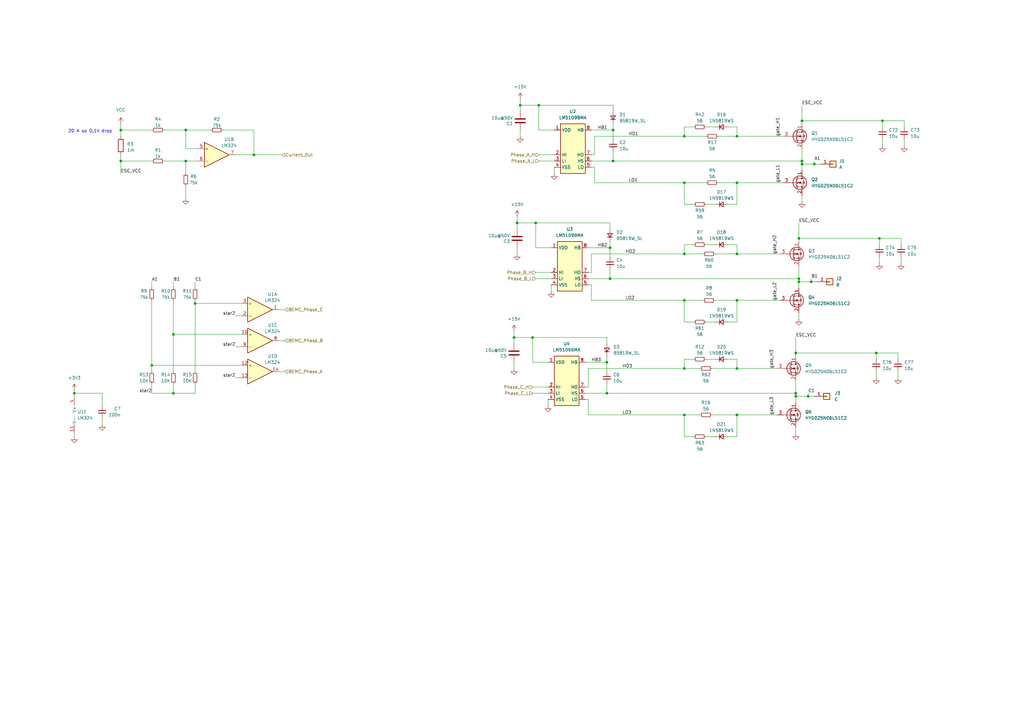
<source format=kicad_sch>
(kicad_sch (version 20231120) (generator "eeschema") (generator_version "8.0")
  (paper "A3")
  (lib_symbols
    (symbol "Amplifier_Operational:LM324" (pin_names (offset 0.127))
      (property "Reference" "U" (at 0 5.08 0))
      (property "Value" "LM324" (at 0 -5.08 0))
      (symbol "LM324_1_1"
        (pin output line (at 7.62 0 180) (length 2.54) (name "~") (number "1"))
        (pin input line (at -7.62 -2.54 0) (length 2.54) (name "-") (number "2"))
        (pin input line (at -7.62 2.54 0) (length 2.54) (name "+") (number "3"))
      )
      (symbol "LM324_2_1"
        (pin input line (at -7.62 2.54 0) (length 2.54) (name "+") (number "5"))
        (pin input line (at -7.62 -2.54 0) (length 2.54) (name "-") (number "6"))
        (pin output line (at 7.62 0 180) (length 2.54) (name "~") (number "7"))
      )
      (symbol "LM324_3_1"
        (pin input line (at -7.62 2.54 0) (length 2.54) (name "+") (number "10"))
        (pin output line (at 7.62 0 180) (length 2.54) (name "~") (number "8"))
        (pin input line (at -7.62 -2.54 0) (length 2.54) (name "-") (number "9"))
      )
      (symbol "LM324_4_1"
        (pin input line (at -7.62 2.54 0) (length 2.54) (name "+") (number "12"))
        (pin input line (at -7.62 -2.54 0) (length 2.54) (name "-") (number "13"))
        (pin output line (at 7.62 0 180) (length 2.54) (name "~") (number "14"))
      )
      (symbol "LM324_5_1"
        (pin power_in line (at -2.54 -7.62 90) (length 3.81) (name "V-") (number "11"))
        (pin power_in line (at -2.54 7.62 270) (length 3.81) (name "V+") (number "4"))
      )
    )
    (symbol "Connector_Generic:Conn_01x01" (pin_names (offset 1.016) hide)
      (property "Reference" "J" (at 0 2.54 0))
      (property "Value" "Conn_01x01" (at 0 -2.54 0))
      (symbol "Conn_01x01_1_1"
        (pin passive line (at -5.08 0 0) (length 3.81) (name "Pin_1") (number "1"))
      )
    )
    (symbol "D_Small_1" (pin_numbers hide) (pin_names (offset 0.254) hide)
      (property "Reference" "D" (at -1.27 2.032 0))
      (property "Value" "D_Small" (at -3.81 -2.032 0))
      (symbol "D_Small_1_1_1"
        (pin passive line (at -2.54 0 0) (length 1.778) (name "K") (number "1"))
        (pin passive line (at 2.54 0 180) (length 1.778) (name "A") (number "2"))
      )
    )
    (symbol "Device:C" (pin_numbers hide) (pin_names (offset 0.254))
      (property "Reference" "C" (at 0.635 2.54 0))
      (property "Value" "C" (at 0.635 -2.54 0))
      (symbol "C_1_1"
        (pin passive line (at 0 3.81 270) (length 2.794) (name "~") (number "1"))
        (pin passive line (at 0 -3.81 90) (length 2.794) (name "~") (number "2"))
      )
    )
    (symbol "Device:C_Small" (pin_numbers hide) (pin_names (offset 0.254) hide)
      (property "Reference" "C" (at 0.254 1.778 0))
      (property "Value" "C_Small" (at 0.254 -2.032 0))
      (symbol "C_Small_1_1"
        (pin passive line (at 0 2.54 270) (length 2.032) (name "~") (number "1"))
        (pin passive line (at 0 -2.54 90) (length 2.032) (name "~") (number "2"))
      )
    )
    (symbol "Device:D_Small" (pin_numbers hide) (pin_names (offset 0.254) hide)
      (property "Reference" "D" (at -1.27 2.032 0))
      (property "Value" "D_Small" (at -3.81 -2.032 0))
      (symbol "D_Small_1_1"
        (pin passive line (at -2.54 0 0) (length 1.778) (name "K") (number "1"))
        (pin passive line (at 2.54 0 180) (length 1.778) (name "A") (number "2"))
      )
    )
    (symbol "Device:Q_NMOS_DSG" (pin_names (offset 0) hide)
      (property "Reference" "Q" (at 5.08 1.27 0))
      (property "Value" "Q_NMOS_DSG" (at 5.08 -1.27 0))
      (symbol "Q_NMOS_DSG_1_1"
        (pin passive line (at 2.54 5.08 270) (length 2.54) (name "D") (number "1"))
        (pin passive line (at 2.54 -5.08 90) (length 2.54) (name "S") (number "2"))
        (pin input line (at -5.08 0 0) (length 2.54) (name "G") (number "3"))
      )
    )
    (symbol "Device:R" (pin_numbers hide) (pin_names (offset 0))
      (property "Reference" "R" (at 2.032 0 90))
      (property "Value" "R" (at 0 0 90))
      (symbol "R_1_1"
        (pin passive line (at 0 3.81 270) (length 1.27) (name "~") (number "1"))
        (pin passive line (at 0 -3.81 90) (length 1.27) (name "~") (number "2"))
      )
    )
    (symbol "Device:R_Small" (pin_numbers hide) (pin_names (offset 0.254) hide)
      (property "Reference" "R" (at 0.762 0.508 0))
      (property "Value" "R_Small" (at 0.762 -1.016 0))
      (symbol "R_Small_1_1"
        (pin passive line (at 0 2.54 270) (length 0.762) (name "~") (number "1"))
        (pin passive line (at 0 -2.54 90) (length 0.762) (name "~") (number "2"))
      )
    )
    (symbol "Driver_FET:LM5109BMA"
      (property "Reference" "U" (at 0 13.97 0))
      (property "Value" "LM5109BMA" (at 0 11.43 0))
      (symbol "LM5109BMA_1_1"
        (pin power_in line (at -7.62 7.62 0) (length 2.54) (name "VDD") (number "1"))
        (pin input line (at -7.62 -2.54 0) (length 2.54) (name "HI") (number "2"))
        (pin input line (at -7.62 -5.08 0) (length 2.54) (name "LI") (number "3"))
        (pin power_in line (at -7.62 -7.62 0) (length 2.54) (name "VSS") (number "4"))
        (pin output line (at 7.62 -7.62 180) (length 2.54) (name "LO") (number "5"))
        (pin passive line (at 7.62 -5.08 180) (length 2.54) (name "HS") (number "6"))
        (pin output line (at 7.62 -2.54 180) (length 2.54) (name "HO") (number "7"))
        (pin passive line (at 7.62 7.62 180) (length 2.54) (name "HB") (number "8"))
      )
    )
    (symbol "power:+15V" (power) (pin_names (offset 0))
      (property "Value" "+15V" (at 0 3.556 0))
      (symbol "+15V_1_1"
        (pin power_in line (at 0 0 90) (length 0) hide (name "+15V") (number "1"))
      )
    )
    (symbol "power:+3V3" (power) (pin_names (offset 0))
      (property "Value" "+3V3" (at 0 3.556 0))
      (symbol "+3V3_1_1"
        (pin power_in line (at 0 0 90) (length 0) hide (name "+3V3") (number "1"))
      )
    )
    (symbol "power:GND" (power) (pin_names (offset 0))
      (property "Value" "GND" (at 0 -3.81 0))
      (symbol "GND_1_1"
        (pin power_in line (at 0 0 270) (length 0) hide (name "GND") (number "1"))
      )
    )
    (symbol "power:VCC" (power) (pin_names (offset 0))
      (property "Value" "VCC" (at 0 3.81 0))
      (symbol "VCC_1_1"
        (pin power_in line (at 0 0 90) (length 0) hide (name "VCC") (number "1"))
      )
    )
  )
  (junction (at 280.67 74.93))
  (junction (at 359.41 144.78))
  (junction (at 210.82 138.43))
  (junction (at 331.47 162.56))
  (junction (at 302.26 170.18))
  (junction (at 280.67 151.13))
  (junction (at 218.44 138.43))
  (junction (at 71.12 161.29))
  (junction (at 248.92 161.29))
  (junction (at 302.26 151.13))
  (junction (at 334.01 67.31))
  (junction (at 302.26 74.93))
  (junction (at 213.36 43.18))
  (junction (at 328.93 49.53))
  (junction (at 360.68 97.79))
  (junction (at 302.26 55.88))
  (junction (at 302.26 104.14))
  (junction (at 280.67 123.19))
  (junction (at 280.67 55.88))
  (junction (at 250.19 101.6))
  (junction (at 361.95 49.53))
  (junction (at 30.48 161.29))
  (junction (at 280.67 104.14))
  (junction (at 327.66 97.79))
  (junction (at 327.66 114.3))
  (junction (at 328.93 66.04))
  (junction (at 104.14 63.5))
  (junction (at 76.2 66.04))
  (junction (at 219.71 91.44))
  (junction (at 80.01 124.46))
  (junction (at 326.39 162.56))
  (junction (at 62.23 149.86))
  (junction (at 328.93 67.31))
  (junction (at 212.09 91.44))
  (junction (at 332.74 115.57))
  (junction (at 327.66 115.57))
  (junction (at 49.53 53.34))
  (junction (at 251.46 66.04))
  (junction (at 49.53 66.04))
  (junction (at 326.39 144.78))
  (junction (at 326.39 161.29))
  (junction (at 248.92 148.59))
  (junction (at 251.46 53.34))
  (junction (at 280.67 170.18))
  (junction (at 302.26 123.19))
  (junction (at 220.98 43.18))
  (junction (at 71.12 137.16))
  (junction (at 76.2 53.34))
  (junction (at 250.19 114.3))
  (wire (pts (xy 327.66 128.27) (xy 327.66 130.81)))
  (wire (pts (xy 327.66 91.44) (xy 327.66 97.79)))
  (wire (pts (xy 284.48 100.33) (xy 280.67 100.33)))
  (wire (pts (xy 243.84 74.93) (xy 280.67 74.93)))
  (wire (pts (xy 104.14 53.34) (xy 91.44 53.34)))
  (wire (pts (xy 114.3 152.4) (xy 116.84 152.4)))
  (wire (pts (xy 360.68 105.41) (xy 360.68 107.95)))
  (wire (pts (xy 240.03 148.59) (xy 248.92 148.59)))
  (wire (pts (xy 219.71 114.3) (xy 226.06 114.3)))
  (wire (pts (xy 327.66 115.57) (xy 332.74 115.57)))
  (wire (pts (xy 71.12 123.19) (xy 71.12 137.16)))
  (wire (pts (xy 62.23 53.34) (xy 49.53 53.34)))
  (wire (pts (xy 280.67 123.19) (xy 288.29 123.19)))
  (wire (pts (xy 328.93 67.31) (xy 328.93 69.85)))
  (wire (pts (xy 62.23 149.86) (xy 99.06 149.86)))
  (wire (pts (xy 284.48 83.82) (xy 280.67 83.82)))
  (wire (pts (xy 212.09 101.6) (xy 212.09 104.14)))
  (wire (pts (xy 62.23 152.4) (xy 62.23 149.86)))
  (wire (pts (xy 359.41 144.78) (xy 368.3 144.78)))
  (wire (pts (xy 49.53 63.5) (xy 49.53 66.04)))
  (wire (pts (xy 293.37 179.07) (xy 289.56 179.07)))
  (wire (pts (xy 332.74 115.57) (xy 335.28 115.57)))
  (wire (pts (xy 332.74 114.3) (xy 332.74 115.57)))
  (wire (pts (xy 80.01 115.57) (xy 80.01 118.11)))
  (wire (pts (xy 284.48 179.07) (xy 280.67 179.07)))
  (wire (pts (xy 76.2 66.04) (xy 76.2 71.12)))
  (wire (pts (xy 213.36 43.18) (xy 213.36 45.72)))
  (wire (pts (xy 218.44 158.75) (xy 224.79 158.75)))
  (wire (pts (xy 250.19 105.41) (xy 250.19 101.6)))
  (wire (pts (xy 41.91 171.45) (xy 41.91 173.99)))
  (wire (pts (xy 62.23 118.11) (xy 62.23 115.57)))
  (wire (pts (xy 361.95 57.15) (xy 361.95 59.69)))
  (wire (pts (xy 280.67 74.93) (xy 280.67 83.82)))
  (wire (pts (xy 328.93 67.31) (xy 334.01 67.31)))
  (wire (pts (xy 293.37 100.33) (xy 289.56 100.33)))
  (wire (pts (xy 326.39 162.56) (xy 326.39 165.1)))
  (wire (pts (xy 49.53 66.04) (xy 49.53 71.12)))
  (wire (pts (xy 243.84 55.88) (xy 280.67 55.88)))
  (wire (pts (xy 242.57 111.76) (xy 242.57 104.14)))
  (wire (pts (xy 212.09 88.9) (xy 212.09 91.44)))
  (wire (pts (xy 226.06 116.84) (xy 226.06 119.38)))
  (wire (pts (xy 292.1 151.13) (xy 302.26 151.13)))
  (wire (pts (xy 219.71 111.76) (xy 226.06 111.76)))
  (wire (pts (xy 302.26 83.82) (xy 298.45 83.82)))
  (wire (pts (xy 280.67 151.13) (xy 287.02 151.13)))
  (wire (pts (xy 368.3 144.78) (xy 368.3 147.32)))
  (wire (pts (xy 302.26 104.14) (xy 302.26 100.33)))
  (wire (pts (xy 369.57 97.79) (xy 369.57 100.33)))
  (wire (pts (xy 243.84 68.58) (xy 243.84 74.93)))
  (wire (pts (xy 76.2 53.34) (xy 67.31 53.34)))
  (wire (pts (xy 250.19 91.44) (xy 250.19 93.98)))
  (wire (pts (xy 280.67 100.33) (xy 280.67 104.14)))
  (wire (pts (xy 242.57 116.84) (xy 242.57 123.19)))
  (wire (pts (xy 370.84 49.53) (xy 370.84 52.07)))
  (wire (pts (xy 49.53 53.34) (xy 49.53 55.88)))
  (wire (pts (xy 328.93 66.04) (xy 328.93 67.31)))
  (wire (pts (xy 280.67 123.19) (xy 280.67 132.08)))
  (wire (pts (xy 327.66 115.57) (xy 327.66 118.11)))
  (wire (pts (xy 220.98 43.18) (xy 251.46 43.18)))
  (wire (pts (xy 210.82 138.43) (xy 218.44 138.43)))
  (wire (pts (xy 80.01 124.46) (xy 80.01 152.4)))
  (wire (pts (xy 302.26 170.18) (xy 302.26 179.07)))
  (wire (pts (xy 360.68 97.79) (xy 369.57 97.79)))
  (wire (pts (xy 327.66 97.79) (xy 327.66 99.06)))
  (wire (pts (xy 302.26 55.88) (xy 302.26 52.07)))
  (wire (pts (xy 81.28 66.04) (xy 76.2 66.04)))
  (wire (pts (xy 334.01 67.31) (xy 336.55 67.31)))
  (wire (pts (xy 302.26 74.93) (xy 321.31 74.93)))
  (wire (pts (xy 241.3 151.13) (xy 280.67 151.13)))
  (wire (pts (xy 242.57 53.34) (xy 251.46 53.34)))
  (wire (pts (xy 241.3 111.76) (xy 242.57 111.76)))
  (wire (pts (xy 326.39 144.78) (xy 326.39 146.05)))
  (wire (pts (xy 248.92 152.4) (xy 248.92 148.59)))
  (wire (pts (xy 302.26 100.33) (xy 298.45 100.33)))
  (wire (pts (xy 242.57 66.04) (xy 251.46 66.04)))
  (wire (pts (xy 30.48 161.29) (xy 30.48 162.56)))
  (wire (pts (xy 242.57 123.19) (xy 280.67 123.19)))
  (wire (pts (xy 302.26 170.18) (xy 318.77 170.18)))
  (wire (pts (xy 96.52 142.24) (xy 99.06 142.24)))
  (wire (pts (xy 86.36 53.34) (xy 76.2 53.34)))
  (wire (pts (xy 241.3 158.75) (xy 241.3 151.13)))
  (wire (pts (xy 251.46 57.15) (xy 251.46 53.34)))
  (wire (pts (xy 280.67 170.18) (xy 280.67 179.07)))
  (wire (pts (xy 80.01 157.48) (xy 80.01 161.29)))
  (wire (pts (xy 49.53 50.8) (xy 49.53 53.34)))
  (wire (pts (xy 280.67 147.32) (xy 280.67 151.13)))
  (wire (pts (xy 71.12 137.16) (xy 71.12 152.4)))
  (wire (pts (xy 80.01 123.19) (xy 80.01 124.46)))
  (wire (pts (xy 219.71 91.44) (xy 250.19 91.44)))
  (wire (pts (xy 302.26 179.07) (xy 298.45 179.07)))
  (wire (pts (xy 248.92 161.29) (xy 248.92 157.48)))
  (wire (pts (xy 242.57 63.5) (xy 243.84 63.5)))
  (wire (pts (xy 302.26 55.88) (xy 321.31 55.88)))
  (wire (pts (xy 328.93 43.18) (xy 328.93 49.53)))
  (wire (pts (xy 284.48 132.08) (xy 280.67 132.08)))
  (wire (pts (xy 250.19 99.06) (xy 250.19 101.6)))
  (wire (pts (xy 293.37 83.82) (xy 289.56 83.82)))
  (wire (pts (xy 326.39 138.43) (xy 326.39 144.78)))
  (wire (pts (xy 326.39 175.26) (xy 326.39 177.8)))
  (wire (pts (xy 96.52 63.5) (xy 104.14 63.5)))
  (wire (pts (xy 328.93 66.04) (xy 328.93 60.96)))
  (wire (pts (xy 241.3 116.84) (xy 242.57 116.84)))
  (wire (pts (xy 240.03 158.75) (xy 241.3 158.75)))
  (wire (pts (xy 220.98 66.04) (xy 227.33 66.04)))
  (wire (pts (xy 331.47 161.29) (xy 331.47 162.56)))
  (wire (pts (xy 76.2 66.04) (xy 67.31 66.04)))
  (wire (pts (xy 251.46 66.04) (xy 328.93 66.04)))
  (wire (pts (xy 292.1 170.18) (xy 302.26 170.18)))
  (wire (pts (xy 294.64 74.93) (xy 302.26 74.93)))
  (wire (pts (xy 250.19 114.3) (xy 250.19 110.49)))
  (wire (pts (xy 240.03 163.83) (xy 241.3 163.83)))
  (wire (pts (xy 220.98 63.5) (xy 227.33 63.5)))
  (wire (pts (xy 359.41 147.32) (xy 359.41 144.78)))
  (wire (pts (xy 62.23 161.29) (xy 62.23 157.48)))
  (wire (pts (xy 360.68 100.33) (xy 360.68 97.79)))
  (wire (pts (xy 302.26 52.07) (xy 298.45 52.07)))
  (wire (pts (xy 242.57 68.58) (xy 243.84 68.58)))
  (wire (pts (xy 248.92 138.43) (xy 248.92 140.97)))
  (wire (pts (xy 369.57 105.41) (xy 369.57 107.95)))
  (wire (pts (xy 210.82 135.89) (xy 210.82 138.43)))
  (wire (pts (xy 250.19 114.3) (xy 327.66 114.3)))
  (wire (pts (xy 361.95 49.53) (xy 370.84 49.53)))
  (wire (pts (xy 243.84 63.5) (xy 243.84 55.88)))
  (wire (pts (xy 41.91 161.29) (xy 30.48 161.29)))
  (wire (pts (xy 326.39 161.29) (xy 326.39 156.21)))
  (wire (pts (xy 218.44 161.29) (xy 224.79 161.29)))
  (wire (pts (xy 326.39 144.78) (xy 359.41 144.78)))
  (wire (pts (xy 99.06 137.16) (xy 71.12 137.16)))
  (wire (pts (xy 280.67 74.93) (xy 289.56 74.93)))
  (wire (pts (xy 334.01 66.04) (xy 334.01 67.31)))
  (wire (pts (xy 293.37 123.19) (xy 302.26 123.19)))
  (wire (pts (xy 284.48 52.07) (xy 280.67 52.07)))
  (wire (pts (xy 284.48 147.32) (xy 280.67 147.32)))
  (wire (pts (xy 219.71 101.6) (xy 226.06 101.6)))
  (wire (pts (xy 114.3 139.7) (xy 116.84 139.7)))
  (wire (pts (xy 104.14 63.5) (xy 115.57 63.5)))
  (wire (pts (xy 302.26 151.13) (xy 302.26 147.32)))
  (wire (pts (xy 302.26 123.19) (xy 302.26 132.08)))
  (wire (pts (xy 302.26 123.19) (xy 320.04 123.19)))
  (wire (pts (xy 280.67 104.14) (xy 288.29 104.14)))
  (wire (pts (xy 326.39 161.29) (xy 326.39 162.56)))
  (wire (pts (xy 220.98 53.34) (xy 227.33 53.34)))
  (wire (pts (xy 104.14 63.5) (xy 104.14 53.34)))
  (wire (pts (xy 331.47 162.56) (xy 334.01 162.56)))
  (wire (pts (xy 210.82 138.43) (xy 210.82 140.97)))
  (wire (pts (xy 218.44 138.43) (xy 248.92 138.43)))
  (wire (pts (xy 328.93 80.01) (xy 328.93 82.55)))
  (wire (pts (xy 302.26 147.32) (xy 298.45 147.32)))
  (wire (pts (xy 227.33 68.58) (xy 227.33 71.12)))
  (wire (pts (xy 280.67 170.18) (xy 287.02 170.18)))
  (wire (pts (xy 294.64 55.88) (xy 302.26 55.88)))
  (wire (pts (xy 328.93 49.53) (xy 361.95 49.53)))
  (wire (pts (xy 293.37 52.07) (xy 289.56 52.07)))
  (wire (pts (xy 71.12 115.57) (xy 71.12 118.11)))
  (wire (pts (xy 302.26 104.14) (xy 320.04 104.14)))
  (wire (pts (xy 76.2 53.34) (xy 76.2 60.96)))
  (wire (pts (xy 218.44 138.43) (xy 218.44 148.59)))
  (wire (pts (xy 359.41 152.4) (xy 359.41 154.94)))
  (wire (pts (xy 241.3 101.6) (xy 250.19 101.6)))
  (wire (pts (xy 251.46 50.8) (xy 251.46 53.34)))
  (wire (pts (xy 280.67 52.07) (xy 280.67 55.88)))
  (wire (pts (xy 213.36 40.64) (xy 213.36 43.18)))
  (wire (pts (xy 218.44 148.59) (xy 224.79 148.59)))
  (wire (pts (xy 114.3 127) (xy 116.84 127)))
  (wire (pts (xy 327.66 114.3) (xy 327.66 109.22)))
  (wire (pts (xy 41.91 166.37) (xy 41.91 161.29)))
  (wire (pts (xy 241.3 114.3) (xy 250.19 114.3)))
  (wire (pts (xy 280.67 55.88) (xy 289.56 55.88)))
  (wire (pts (xy 370.84 57.15) (xy 370.84 59.69)))
  (wire (pts (xy 240.03 161.29) (xy 248.92 161.29)))
  (wire (pts (xy 327.66 114.3) (xy 327.66 115.57)))
  (wire (pts (xy 248.92 146.05) (xy 248.92 148.59)))
  (wire (pts (xy 81.28 60.96) (xy 76.2 60.96)))
  (wire (pts (xy 251.46 66.04) (xy 251.46 62.23)))
  (wire (pts (xy 302.26 132.08) (xy 298.45 132.08)))
  (wire (pts (xy 251.46 43.18) (xy 251.46 45.72)))
  (wire (pts (xy 80.01 124.46) (xy 99.06 124.46)))
  (wire (pts (xy 241.3 170.18) (xy 280.67 170.18)))
  (wire (pts (xy 224.79 163.83) (xy 224.79 166.37)))
  (wire (pts (xy 368.3 152.4) (xy 368.3 154.94)))
  (wire (pts (xy 293.37 132.08) (xy 289.56 132.08)))
  (wire (pts (xy 96.52 129.54) (xy 99.06 129.54)))
  (wire (pts (xy 328.93 49.53) (xy 328.93 50.8)))
  (wire (pts (xy 302.26 151.13) (xy 318.77 151.13)))
  (wire (pts (xy 213.36 53.34) (xy 213.36 55.88)))
  (wire (pts (xy 212.09 91.44) (xy 219.71 91.44)))
  (wire (pts (xy 241.3 163.83) (xy 241.3 170.18)))
  (wire (pts (xy 242.57 104.14) (xy 280.67 104.14)))
  (wire (pts (xy 210.82 148.59) (xy 210.82 151.13)))
  (wire (pts (xy 293.37 104.14) (xy 302.26 104.14)))
  (wire (pts (xy 30.48 177.8) (xy 30.48 179.07)))
  (wire (pts (xy 62.23 149.86) (xy 62.23 123.19)))
  (wire (pts (xy 30.48 160.02) (xy 30.48 161.29)))
  (wire (pts (xy 96.52 154.94) (xy 99.06 154.94)))
  (wire (pts (xy 76.2 76.2) (xy 76.2 81.28)))
  (wire (pts (xy 326.39 162.56) (xy 331.47 162.56)))
  (wire (pts (xy 248.92 161.29) (xy 326.39 161.29)))
  (wire (pts (xy 71.12 161.29) (xy 62.23 161.29)))
  (wire (pts (xy 80.01 161.29) (xy 71.12 161.29)))
  (wire (pts (xy 220.98 43.18) (xy 220.98 53.34)))
  (wire (pts (xy 212.09 91.44) (xy 212.09 93.98)))
  (wire (pts (xy 327.66 97.79) (xy 360.68 97.79)))
  (wire (pts (xy 62.23 66.04) (xy 49.53 66.04)))
  (wire (pts (xy 302.26 74.93) (xy 302.26 83.82)))
  (wire (pts (xy 361.95 52.07) (xy 361.95 49.53)))
  (wire (pts (xy 71.12 157.48) (xy 71.12 161.29)))
  (wire (pts (xy 293.37 147.32) (xy 289.56 147.32)))
  (wire (pts (xy 213.36 43.18) (xy 220.98 43.18)))
  (wire (pts (xy 219.71 91.44) (xy 219.71 101.6)))
  (text "20 A so 0.1V drop" (at 27.94 54.61 0) (effects (font (size 1.27 1.27)) (justify left bottom)))
  (label "ESC_VCC" (at 327.66 91.44 0))
  (label "star2" (at 96.52 154.94 180))
  (label "gate_L2" (at 318.77 123.19 90))
  (label "gate_H1" (at 320.04 55.88 90))
  (label "ESC_VCC" (at 49.53 71.12 0))
  (label "B1" (at 71.12 115.57 0))
  (label "A1" (at 62.23 115.57 0))
  (label "ESC_VCC" (at 326.39 138.43 0))
  (label "gate_L3" (at 317.5 170.18 90))
  (label "C1" (at 80.01 115.57 0))
  (label "LO3" (at 255.27 170.18 0))
  (label "gate_H2" (at 318.77 104.14 90))
  (label "LO2" (at 256.54 123.19 0))
  (label "star2" (at 96.52 142.24 180))
  (label "HB1" (at 245.11 53.34 0))
  (label "HB2" (at 245.11 101.6 0))
  (label "LO1" (at 257.81 74.93 0))
  (label "gate_H3" (at 317.5 151.13 90))
  (label "B1" (at 332.74 114.3 0))
  (label "HB3" (at 242.57 148.59 0))
  (label "C1" (at 331.47 161.29 0))
  (label "gate_L1" (at 320.04 74.93 90))
  (label "star2" (at 62.23 161.29 180))
  (label "ESC_VCC" (at 328.93 43.18 0))
  (label "star2" (at 96.52 129.54 180))
  (label "A1" (at 334.01 66.04 0))
  (label "HO3" (at 255.27 151.13 0))
  (label "HO1" (at 257.81 55.88 0))
  (label "HO2" (at 256.54 104.14 0))
  (hierarchical_label "Phase_C_L" (shape input) (at 218.44 161.29 180))
  (hierarchical_label "BEMC_Phase_A" (shape input) (at 116.84 152.4 0))
  (hierarchical_label "Phase_C_H" (shape input) (at 218.44 158.75 180))
  (hierarchical_label "Phase_A_H" (shape input) (at 220.98 63.5 180))
  (hierarchical_label "BEMC_Phase_C" (shape input) (at 116.84 127 0))
  (hierarchical_label "Phase_A_L" (shape input) (at 220.98 66.04 180))
  (hierarchical_label "Phase_B_L" (shape input) (at 219.71 114.3 180))
  (hierarchical_label "Current_Out" (shape input) (at 115.57 63.5 0))
  (hierarchical_label "Phase_B_H" (shape input) (at 219.71 111.76 180))
  (hierarchical_label "BEMC_Phase_B" (shape input) (at 116.84 139.7 0))
  (symbol (lib_id "Device:C_Small") (at 360.68 102.87 0) (unit 1)
    (property "Reference" "C74" (at 363.22 101.6062 0) (effects (justify left)))
    (property "Value" "10u" (at 363.22 104.1462 0) (effects (justify left)))
    (property "Footprint" "Capacitor_SMD:C_1206_3216Metric" (effects (hide yes)))
    (property "LCSC" "C13585" (effects (hide yes)))
    (instances (project "ESP32_dual_ESC" (path "" (reference "C74") (unit 1)) (path "" (reference "C36") (unit 1))))
  )
  (symbol (lib_id "power:GND") (at 359.41 154.94 0) (unit 1)
    (property "Reference" "#PWR096" (effects (hide yes)))
    (property "Value" "GND" (effects (hide yes)))
    (instances (project "ESP32_dual_ESC" (path "" (reference "#PWR096") (unit 1)) (path "" (reference "#PWR084") (unit 1))))
  )
  (symbol (lib_id "power:+15V") (at 210.82 135.89 0) (unit 1)
    (property "Reference" "#PWR011" (effects (hide yes)))
    (property "Value" "+15V" (at 210.82 130.81 0))
    (instances (project "ESP32_dual_ESC" (path "" (reference "#PWR011") (unit 1)) (path "" (reference "#PWR071") (unit 1))))
  )
  (symbol (lib_id "Device:R_Small") (at 287.02 83.82 270) (mirror x) (unit 1)
    (property "Reference" "R59" (at 287.02 86.36 90))
    (property "Value" "56" (at 287.02 88.9 90))
    (property "Footprint" "Resistor_SMD:R_0603_1608Metric" (effects (hide yes)))
    (property "LCSC" "C25196" (effects (hide yes)))
    (instances (project "ESP32_dual_ESC" (path "" (reference "R59") (unit 1)) (path "" (reference "R45") (unit 1))))
  )
  (symbol (lib_id "Device:C_Small") (at 368.3 149.86 0) (unit 1)
    (property "Reference" "C77" (at 370.84 148.5962 0) (effects (justify left)))
    (property "Value" "10u" (at 370.84 151.1362 0) (effects (justify left)))
    (property "Footprint" "Capacitor_SMD:C_1206_3216Metric" (effects (hide yes)))
    (property "LCSC" "C13585" (effects (hide yes)))
    (instances (project "ESP32_dual_ESC" (path "" (reference "C77") (unit 1)) (path "" (reference "C38") (unit 1))))
  )
  (symbol (lib_id "Device:C") (at 212.09 97.79 180) (unit 1)
    (property "Reference" "C3" (at 209.169 98.9584 0) (effects (justify left)))
    (property "Value" "10u@50V" (at 209.169 96.647 0) (effects (justify left)))
    (property "Footprint" "Capacitor_SMD:C_0805_2012Metric" (effects (hide yes)))
    (property "LCSC" "C440198" (effects (hide yes)))
    (instances (project "ESP32_dual_ESC" (path "" (reference "C3") (unit 1)) (path "" (reference "C19") (unit 1))))
  )
  (symbol (lib_id "power:+15V") (at 213.36 40.64 0) (unit 1)
    (property "Reference" "#PWR02" (effects (hide yes)))
    (property "Value" "+15V" (at 213.36 35.56 0))
    (instances (project "ESP32_dual_ESC" (path "" (reference "#PWR02") (unit 1)) (path "" (reference "#PWR075") (unit 1))))
  )
  (symbol (lib_name "D_Small_1") (lib_id "Device:D_Small") (at 295.91 52.07 0) (unit 1)
    (property "Reference" "D16" (at 295.91 46.99 0))
    (property "Value" "1N5819WS" (at 295.91 49.53 0))
    (property "Footprint" "Diode_SMD:D_SOD-323" (effects (hide yes)))
    (property "Datasheet" "https://datasheet.lcsc.com/lcsc/2204281430_Guangdong-Hottech-1N5819WS_C191023.pdf" (effects (hide yes)))
    (property "Sim.Device" "D" (effects (hide yes)))
    (property "Sim.Pins" "1=K 2=A" (effects (hide yes)))
    (property "LCSC" "C191023" (effects (hide yes)))
    (instances (project "ESP32_dual_ESC" (path "" (reference "D16") (unit 1)) (path "" (reference "D10") (unit 1))))
  )
  (symbol (lib_id "Amplifier_Operational:LM324") (at 88.9 63.5 0) (unit 2)
    (property "Reference" "U1" (at 93.98 57.15 0))
    (property "Value" "LM324" (at 93.98 59.69 0))
    (property "Footprint" "Package_SO:SOIC-14_3.9x8.7mm_P1.27mm" (effects (hide yes)))
    (property "Datasheet" "http://www.ti.com/lit/ds/symlink/lm2902-n.pdf" (effects (hide yes)))
    (property "LCSC" "C71035" (effects (hide yes)))
    (instances (project "ESP32_dual_ESC" (path "" (reference "U1") (unit 2)) (path "" (reference "U10") (unit 2))))
  )
  (symbol (lib_id "Device:R") (at 49.53 59.69 0) (unit 1)
    (property "Reference" "R3" (at 52.07 59.055 0) (effects (justify left)))
    (property "Value" "1m" (at 52.07 61.595 0) (effects (justify left)))
    (property "Footprint" "Resistor_SMD:R_2512_6332Metric" (effects (hide yes)))
    (instances (project "ESP32_dual_ESC" (path "" (reference "R3") (unit 1)) (path "" (reference "R25") (unit 1))))
  )
  (symbol (lib_id "power:GND") (at 226.06 119.38 0) (unit 1)
    (property "Reference" "#PWR09" (effects (hide yes)))
    (property "Value" "GND" (effects (hide yes)))
    (instances (project "ESP32_dual_ESC" (path "" (reference "#PWR09") (unit 1)) (path "" (reference "#PWR078") (unit 1))))
  )
  (symbol (lib_id "power:GND") (at 213.36 55.88 0) (unit 1)
    (property "Reference" "#PWR03" (effects (hide yes)))
    (property "Value" "GND" (effects (hide yes)))
    (instances (project "ESP32_dual_ESC" (path "" (reference "#PWR03") (unit 1)) (path "" (reference "#PWR076") (unit 1))))
  )
  (symbol (lib_id "power:VCC") (at 49.53 50.8 0) (unit 1)
    (property "Reference" "#PWR01" (effects (hide yes)))
    (property "Value" "VCC" (at 49.53 45.085 0))
    (instances (project "ESP32_dual_ESC" (path "" (reference "#PWR01") (unit 1)) (path "" (reference "#PWR067") (unit 1))))
  )
  (symbol (lib_id "power:+15V") (at 212.09 88.9 0) (unit 1)
    (property "Reference" "#PWR07" (effects (hide yes)))
    (property "Value" "+15V" (at 212.09 83.82 0))
    (instances (project "ESP32_dual_ESC" (path "" (reference "#PWR07") (unit 1)) (path "" (reference "#PWR073") (unit 1))))
  )
  (symbol (lib_id "Device:Q_NMOS_DSG") (at 326.39 74.93 0) (unit 1)
    (property "Reference" "Q2" (at 332.74 73.6599 0) (effects (justify left)))
    (property "Value" "HYG025N06LS1C2" (at 332.74 76.1999 0) (effects (justify left)))
    (property "Footprint" "Z_mycustom_footprint_lib:DFN-8_(5x6)" (effects (hide yes)))
    (property "Datasheet" "https://datasheet.lcsc.com/lcsc/2105242011_HUAYI-HYG025N06LS1C2_C2827231.pdf" (effects (hide yes)))
    (property "LCSC" "C2827231" (effects (hide yes)))
    (instances (project "ESP32_dual_ESC" (path "" (reference "Q2") (unit 1)) (path "" (reference "Q12") (unit 1))))
  )
  (symbol (lib_id "power:GND") (at 326.39 177.8 0) (unit 1)
    (property "Reference" "#PWR017" (effects (hide yes)))
    (property "Value" "GND" (effects (hide yes)))
    (instances (project "ESP32_dual_ESC" (path "" (reference "#PWR017") (unit 1)) (path "" (reference "#PWR080") (unit 1))))
  )
  (symbol (lib_id "Device:R_Small") (at 290.83 104.14 270) (mirror x) (unit 1)
    (property "Reference" "R60" (at 290.83 106.68 90))
    (property "Value" "56" (at 290.83 109.22 90))
    (property "Footprint" "Resistor_SMD:R_0603_1608Metric" (effects (hide yes)))
    (property "LCSC" "C25196" (effects (hide yes)))
    (instances (project "ESP32_dual_ESC" (path "" (reference "R60") (unit 1)) (path "" (reference "R52") (unit 1))))
  )
  (symbol (lib_id "Device:R_Small") (at 290.83 123.19 90) (mirror x) (unit 1)
    (property "Reference" "R8" (at 290.83 118.11 90))
    (property "Value" "56" (at 290.83 120.65 90))
    (property "Footprint" "Resistor_SMD:R_0603_1608Metric" (effects (hide yes)))
    (property "LCSC" "C25196" (effects (hide yes)))
    (instances (project "ESP32_dual_ESC" (path "" (reference "R8") (unit 1)) (path "" (reference "R53") (unit 1))))
  )
  (symbol (lib_name "D_Small_1") (lib_id "Device:D_Small") (at 295.91 179.07 0) (unit 1)
    (property "Reference" "D21" (at 295.91 173.99 0))
    (property "Value" "1N5819WS" (at 295.91 176.53 0))
    (property "Footprint" "Diode_SMD:D_SOD-323" (effects (hide yes)))
    (property "Datasheet" "https://datasheet.lcsc.com/lcsc/2204281430_Guangdong-Hottech-1N5819WS_C191023.pdf" (effects (hide yes)))
    (property "Sim.Device" "D" (effects (hide yes)))
    (property "Sim.Pins" "1=K 2=A" (effects (hide yes)))
    (property "LCSC" "C191023" (effects (hide yes)))
    (instances (project "ESP32_dual_ESC" (path "" (reference "D21") (unit 1)) (path "" (reference "D15") (unit 1))))
  )
  (symbol (lib_id "power:+3V3") (at 30.48 160.02 0) (unit 1)
    (property "Reference" "#PWR012" (effects (hide yes)))
    (property "Value" "+3V3" (at 30.48 154.94 0))
    (instances (project "ESP32_dual_ESC" (path "" (reference "#PWR012") (unit 1)) (path "" (reference "#PWR046") (unit 1))))
  )
  (symbol (lib_name "D_Small_1") (lib_id "Device:D_Small") (at 295.91 132.08 0) (unit 1)
    (property "Reference" "D19" (at 295.91 127 0))
    (property "Value" "1N5819WS" (at 295.91 129.54 0))
    (property "Footprint" "Diode_SMD:D_SOD-323" (effects (hide yes)))
    (property "Datasheet" "https://datasheet.lcsc.com/lcsc/2204281430_Guangdong-Hottech-1N5819WS_C191023.pdf" (effects (hide yes)))
    (property "Sim.Device" "D" (effects (hide yes)))
    (property "Sim.Pins" "1=K 2=A" (effects (hide yes)))
    (property "LCSC" "C191023" (effects (hide yes)))
    (instances (project "ESP32_dual_ESC" (path "" (reference "D19") (unit 1)) (path "" (reference "D13") (unit 1))))
  )
  (symbol (lib_id "Device:C") (at 213.36 49.53 180) (unit 1)
    (property "Reference" "C1" (at 210.439 50.6984 0) (effects (justify left)))
    (property "Value" "10u@50V" (at 210.439 48.387 0) (effects (justify left)))
    (property "Footprint" "Capacitor_SMD:C_0805_2012Metric" (effects (hide yes)))
    (property "LCSC" "C440198" (effects (hide yes)))
    (instances (project "ESP32_dual_ESC" (path "" (reference "C1") (unit 1)) (path "" (reference "C20") (unit 1))))
  )
  (symbol (lib_id "Device:R_Small") (at 292.1 74.93 90) (mirror x) (unit 1)
    (property "Reference" "R5" (at 292.1 69.85 90))
    (property "Value" "56" (at 292.1 72.39 90))
    (property "Footprint" "Resistor_SMD:R_0603_1608Metric" (effects (hide yes)))
    (property "LCSC" "C25196" (effects (hide yes)))
    (instances (project "ESP32_dual_ESC" (path "" (reference "R5") (unit 1)) (path "" (reference "R55") (unit 1))))
  )
  (symbol (lib_id "Device:R_Small") (at 62.23 154.94 180) (unit 1)
    (property "Reference" "R13" (at 59.055 153.67 0))
    (property "Value" "10K" (at 59.055 156.21 0))
    (property "Footprint" "Resistor_SMD:R_0603_1608Metric" (effects (hide yes)))
    (property "LCSC" "C25804" (effects (hide yes)))
    (instances (project "ESP32_dual_ESC" (path "" (reference "R13") (unit 1)) (path "" (reference "R28") (unit 1))))
  )
  (symbol (lib_id "Device:C_Small") (at 359.41 149.86 0) (unit 1)
    (property "Reference" "C76" (at 361.95 148.5962 0) (effects (justify left)))
    (property "Value" "10u" (at 361.95 151.1362 0) (effects (justify left)))
    (property "Footprint" "Capacitor_SMD:C_1206_3216Metric" (effects (hide yes)))
    (property "LCSC" "C13585" (effects (hide yes)))
    (instances (project "ESP32_dual_ESC" (path "" (reference "C76") (unit 1)) (path "" (reference "C35") (unit 1))))
  )
  (symbol (lib_id "Connector_Generic:Conn_01x01") (at 340.36 115.57 0) (unit 1) (in_bom no)
    (property "Reference" "J2" (at 342.9 114.2999 0) (effects (justify left)))
    (property "Value" "B" (at 342.9 116.8399 0) (effects (justify left)))
    (property "Footprint" "MountingHole:MountingHole_2.5mm_Pad_TopBottom" (effects (hide yes)))
    (instances (project "ESP32_dual_ESC" (path "" (reference "J2") (unit 1)) (path "" (reference "J8") (unit 1))))
  )
  (symbol (lib_id "Amplifier_Operational:LM324") (at 106.68 127 0) (unit 1)
    (property "Reference" "U1" (at 111.76 120.65 0))
    (property "Value" "LM324" (at 111.76 123.19 0))
    (property "Footprint" "Package_SO:SOIC-14_3.9x8.7mm_P1.27mm" (effects (hide yes)))
    (property "Datasheet" "http://www.ti.com/lit/ds/symlink/lm2902-n.pdf" (effects (hide yes)))
    (property "LCSC" "C71035" (effects (hide yes)))
    (instances (project "ESP32_dual_ESC" (path "" (reference "U1") (unit 1)) (path "" (reference "U10") (unit 1))))
  )
  (symbol (lib_id "Device:D_Small") (at 248.92 143.51 90) (unit 1)
    (property "Reference" "D3" (at 251.46 142.2399 90) (effects (justify right)))
    (property "Value" "B5819W_SL" (at 251.46 144.7799 90) (effects (justify right)))
    (property "Footprint" "Diode_SMD:D_SOD-123" (effects (hide yes)))
    (property "LCSC" "C8598" (effects (hide yes)))
    (instances (project "ESP32_dual_ESC" (path "" (reference "D3") (unit 1)) (path "" (reference "D7") (unit 1))))
  )
  (symbol (lib_id "Device:R_Small") (at 80.01 154.94 180) (unit 1)
    (property "Reference" "R15" (at 76.835 153.67 0))
    (property "Value" "10K" (at 76.835 156.21 0))
    (property "Footprint" "Resistor_SMD:R_0603_1608Metric" (effects (hide yes)))
    (property "LCSC" "C25804" (effects (hide yes)))
    (instances (project "ESP32_dual_ESC" (path "" (reference "R15") (unit 1)) (path "" (reference "R41") (unit 1))))
  )
  (symbol (lib_id "power:GND") (at 360.68 107.95 0) (unit 1)
    (property "Reference" "#PWR094" (effects (hide yes)))
    (property "Value" "GND" (effects (hide yes)))
    (instances (project "ESP32_dual_ESC" (path "" (reference "#PWR094") (unit 1)) (path "" (reference "#PWR086") (unit 1))))
  )
  (symbol (lib_id "Device:C_Small") (at 41.91 168.91 180) (unit 1)
    (property "Reference" "C7" (at 49.53 167.64 0) (effects (justify left)))
    (property "Value" "100n" (at 49.53 170.18 0) (effects (justify left)))
    (property "Footprint" "Capacitor_SMD:C_0603_1608Metric" (effects (hide yes)))
    (property "LCSC" "C14663" (effects (hide yes)))
    (instances (project "ESP32_dual_ESC" (path "" (reference "C7") (unit 1)) (path "" (reference "C15") (unit 1))))
  )
  (symbol (lib_id "Device:R_Small") (at 289.56 170.18 90) (mirror x) (unit 1)
    (property "Reference" "R16" (at 289.56 165.1 90))
    (property "Value" "56" (at 289.56 167.64 90))
    (property "Footprint" "Resistor_SMD:R_0603_1608Metric" (effects (hide yes)))
    (property "LCSC" "C25196" (effects (hide yes)))
    (instances (project "ESP32_dual_ESC" (path "" (reference "R16") (unit 1)) (path "" (reference "R51") (unit 1))))
  )
  (symbol (lib_id "power:GND") (at 369.57 107.95 0) (unit 1)
    (property "Reference" "#PWR095" (effects (hide yes)))
    (property "Value" "GND" (effects (hide yes)))
    (instances (project "ESP32_dual_ESC" (path "" (reference "#PWR095") (unit 1)) (path "" (reference "#PWR0118") (unit 1))))
  )
  (symbol (lib_id "power:GND") (at 370.84 59.69 0) (unit 1)
    (property "Reference" "#PWR093" (effects (hide yes)))
    (property "Value" "GND" (effects (hide yes)))
    (instances (project "ESP32_dual_ESC" (path "" (reference "#PWR093") (unit 1)) (path "" (reference "#PWR0119") (unit 1))))
  )
  (symbol (lib_id "Device:Q_NMOS_DSG") (at 323.85 151.13 0) (unit 1)
    (property "Reference" "Q5" (at 330.2 149.8599 0) (effects (justify left)))
    (property "Value" "HYG025N06LS1C2" (at 330.2 152.3999 0) (effects (justify left)))
    (property "Footprint" "Z_mycustom_footprint_lib:DFN-8_(5x6)" (effects (hide yes)))
    (property "Datasheet" "https://datasheet.lcsc.com/lcsc/2105242011_HUAYI-HYG025N06LS1C2_C2827231.pdf" (effects (hide yes)))
    (property "LCSC" "C2827231" (effects (hide yes)))
    (instances (project "ESP32_dual_ESC" (path "" (reference "Q5") (unit 1)) (path "" (reference "Q7") (unit 1))))
  )
  (symbol (lib_id "Connector_Generic:Conn_01x01") (at 339.09 162.56 0) (unit 1) (in_bom no)
    (property "Reference" "J3" (at 342.265 161.2899 0) (effects (justify left)))
    (property "Value" "C" (at 342.265 163.8299 0) (effects (justify left)))
    (property "Footprint" "MountingHole:MountingHole_2.5mm_Pad_TopBottom" (effects (hide yes)))
    (instances (project "ESP32_dual_ESC" (path "" (reference "J3") (unit 1)) (path "" (reference "J7") (unit 1))))
  )
  (symbol (lib_id "Driver_FET:LM5109BMA") (at 234.95 60.96 0) (unit 1)
    (property "Reference" "U2" (at 234.95 45.72 0))
    (property "Value" "LM5109BMA" (at 234.95 48.26 0))
    (property "Footprint" "Package_SO:SOIC-8_3.9x4.9mm_P1.27mm" (effects (hide yes)))
    (property "Datasheet" "http://www.ti.com/lit/ds/symlink/lm5109b.pdf" (effects (hide yes)))
    (property "LCSC" "C116862" (effects (hide yes)))
    (instances (project "ESP32_dual_ESC" (path "" (reference "U2") (unit 1)) (path "" (reference "U18") (unit 1))))
  )
  (symbol (lib_id "Device:C_Small") (at 369.57 102.87 0) (unit 1)
    (property "Reference" "C75" (at 372.11 101.6062 0) (effects (justify left)))
    (property "Value" "10u" (at 372.11 104.1462 0) (effects (justify left)))
    (property "Footprint" "Capacitor_SMD:C_1206_3216Metric" (effects (hide yes)))
    (property "LCSC" "C13585" (effects (hide yes)))
    (instances (project "ESP32_dual_ESC" (path "" (reference "C75") (unit 1)) (path "" (reference "C39") (unit 1))))
  )
  (symbol (lib_id "Device:C_Small") (at 248.92 154.94 0) (unit 1)
    (property "Reference" "C6" (at 251.46 153.6762 0) (effects (justify left)))
    (property "Value" "10u" (at 251.46 156.2162 0) (effects (justify left)))
    (property "Footprint" "Capacitor_SMD:C_0805_2012Metric" (effects (hide yes)))
    (property "LCSC" "C15850" (effects (hide yes)))
    (instances (project "ESP32_dual_ESC" (path "" (reference "C6") (unit 1)) (path "" (reference "C21") (unit 1))))
  )
  (symbol (lib_id "Device:R_Small") (at 287.02 132.08 270) (mirror x) (unit 1)
    (property "Reference" "R61" (at 287.02 134.62 90))
    (property "Value" "56" (at 287.02 137.16 90))
    (property "Footprint" "Resistor_SMD:R_0603_1608Metric" (effects (hide yes)))
    (property "LCSC" "C25196" (effects (hide yes)))
    (instances (project "ESP32_dual_ESC" (path "" (reference "R61") (unit 1)) (path "" (reference "R47") (unit 1))))
  )
  (symbol (lib_id "Device:Q_NMOS_DSG") (at 325.12 104.14 0) (unit 1)
    (property "Reference" "Q3" (at 331.47 102.8699 0) (effects (justify left)))
    (property "Value" "HYG025N06LS1C2" (at 331.47 105.4099 0) (effects (justify left)))
    (property "Footprint" "Z_mycustom_footprint_lib:DFN-8_(5x6)" (effects (hide yes)))
    (property "Datasheet" "https://datasheet.lcsc.com/lcsc/2105242011_HUAYI-HYG025N06LS1C2_C2827231.pdf" (effects (hide yes)))
    (property "LCSC" "C2827231" (effects (hide yes)))
    (instances (project "ESP32_dual_ESC" (path "" (reference "Q3") (unit 1)) (path "" (reference "Q9") (unit 1))))
  )
  (symbol (lib_id "Device:C_Small") (at 250.19 107.95 0) (unit 1)
    (property "Reference" "C4" (at 252.73 106.6862 0) (effects (justify left)))
    (property "Value" "10u" (at 252.73 109.2262 0) (effects (justify left)))
    (property "Footprint" "Capacitor_SMD:C_0805_2012Metric" (effects (hide yes)))
    (property "LCSC" "C15850" (effects (hide yes)))
    (instances (project "ESP32_dual_ESC" (path "" (reference "C4") (unit 1)) (path "" (reference "C22") (unit 1))))
  )
  (symbol (lib_id "Driver_FET:LM5109BMA") (at 233.68 109.22 0) (unit 1)
    (property "Reference" "U3" (at 233.68 93.98 0))
    (property "Value" "LM5109BMA" (at 233.68 96.52 0))
    (property "Footprint" "Package_SO:SOIC-8_3.9x4.9mm_P1.27mm" (effects (hide yes)))
    (property "Datasheet" "http://www.ti.com/lit/ds/symlink/lm5109b.pdf" (effects (hide yes)))
    (property "LCSC" "C116862" (effects (hide yes)))
    (instances (project "ESP32_dual_ESC" (path "" (reference "U3") (unit 1)) (path "" (reference "U17") (unit 1))))
  )
  (symbol (lib_id "Device:R_Small") (at 62.23 120.65 180) (unit 1)
    (property "Reference" "R9" (at 59.055 119.38 0))
    (property "Value" "75k" (at 59.055 121.92 0))
    (property "Footprint" "Resistor_SMD:R_0603_1608Metric" (effects (hide yes)))
    (property "LCSC" "C23242" (effects (hide yes)))
    (instances (project "ESP32_dual_ESC" (path "" (reference "R9") (unit 1)) (path "" (reference "R26") (unit 1))))
  )
  (symbol (lib_id "Device:C") (at 210.82 144.78 180) (unit 1)
    (property "Reference" "C5" (at 207.899 145.9484 0) (effects (justify left)))
    (property "Value" "10u@50V" (at 207.899 143.637 0) (effects (justify left)))
    (property "Footprint" "Capacitor_SMD:C_0805_2012Metric" (effects (hide yes)))
    (property "LCSC" "C440198" (effects (hide yes)))
    (instances (project "ESP32_dual_ESC" (path "" (reference "C5") (unit 1)) (path "" (reference "C16") (unit 1))))
  )
  (symbol (lib_id "power:GND") (at 368.3 154.94 0) (unit 1)
    (property "Reference" "#PWR097" (effects (hide yes)))
    (property "Value" "GND" (effects (hide yes)))
    (instances (project "ESP32_dual_ESC" (path "" (reference "#PWR097") (unit 1)) (path "" (reference "#PWR091") (unit 1))))
  )
  (symbol (lib_id "Device:R_Small") (at 64.77 66.04 270) (mirror x) (unit 1)
    (property "Reference" "R1" (at 64.77 61.595 90))
    (property "Value" "1k" (at 64.77 64.135 90))
    (property "Footprint" "Resistor_SMD:R_0402_1005Metric" (effects (hide yes)))
    (property "LCSC" "C11702" (effects (hide yes)))
    (instances (project "ESP32_dual_ESC" (path "" (reference "R1") (unit 1)) (path "" (reference "R30") (unit 1))))
  )
  (symbol (lib_name "D_Small_1") (lib_id "Device:D_Small") (at 295.91 147.32 0) (unit 1)
    (property "Reference" "D20" (at 295.91 142.24 0))
    (property "Value" "1N5819WS" (at 295.91 144.78 0))
    (property "Footprint" "Diode_SMD:D_SOD-323" (effects (hide yes)))
    (property "Datasheet" "https://datasheet.lcsc.com/lcsc/2204281430_Guangdong-Hottech-1N5819WS_C191023.pdf" (effects (hide yes)))
    (property "Sim.Device" "D" (effects (hide yes)))
    (property "Sim.Pins" "1=K 2=A" (effects (hide yes)))
    (property "LCSC" "C191023" (effects (hide yes)))
    (instances (project "ESP32_dual_ESC" (path "" (reference "D20") (unit 1)) (path "" (reference "D14") (unit 1))))
  )
  (symbol (lib_id "Device:R_Small") (at 287.02 147.32 90) (mirror x) (unit 1)
    (property "Reference" "R12" (at 287.02 142.24 90))
    (property "Value" "56" (at 287.02 144.78 90))
    (property "Footprint" "Resistor_SMD:R_0603_1608Metric" (effects (hide yes)))
    (property "LCSC" "C25196" (effects (hide yes)))
    (instances (project "ESP32_dual_ESC" (path "" (reference "R12") (unit 1)) (path "" (reference "R48") (unit 1))))
  )
  (symbol (lib_id "Amplifier_Operational:LM324") (at 106.68 152.4 0) (unit 4)
    (property "Reference" "U1" (at 111.76 146.05 0))
    (property "Value" "LM324" (at 111.76 148.59 0))
    (property "Footprint" "Package_SO:SOIC-14_3.9x8.7mm_P1.27mm" (effects (hide yes)))
    (property "Datasheet" "http://www.ti.com/lit/ds/symlink/lm2902-n.pdf" (effects (hide yes)))
    (property "LCSC" "C71035" (effects (hide yes)))
    (instances (project "ESP32_dual_ESC" (path "" (reference "U1") (unit 4)) (path "" (reference "U10") (unit 4))))
  )
  (symbol (lib_id "Connector_Generic:Conn_01x01") (at 341.63 67.31 0) (unit 1) (in_bom no)
    (property "Reference" "J1" (at 344.17 66.0399 0) (effects (justify left)))
    (property "Value" "A" (at 344.17 68.5799 0) (effects (justify left)))
    (property "Footprint" "MountingHole:MountingHole_2.5mm_Pad_TopBottom" (effects (hide yes)))
    (instances (project "ESP32_dual_ESC" (path "" (reference "J1") (unit 1)) (path "" (reference "J9") (unit 1))))
  )
  (symbol (lib_id "Device:C_Small") (at 251.46 59.69 0) (unit 1)
    (property "Reference" "C2" (at 254 58.4262 0) (effects (justify left)))
    (property "Value" "10u" (at 254 60.9662 0) (effects (justify left)))
    (property "Footprint" "Capacitor_SMD:C_0805_2012Metric" (effects (hide yes)))
    (property "LCSC" "C15850" (effects (hide yes)))
    (instances (project "ESP32_dual_ESC" (path "" (reference "C2") (unit 1)) (path "" (reference "C34") (unit 1))))
  )
  (symbol (lib_id "Amplifier_Operational:LM324") (at 106.68 139.7 0) (unit 3)
    (property "Reference" "U1" (at 111.76 133.35 0))
    (property "Value" "LM324" (at 111.76 135.89 0))
    (property "Footprint" "Package_SO:SOIC-14_3.9x8.7mm_P1.27mm" (effects (hide yes)))
    (property "Datasheet" "http://www.ti.com/lit/ds/symlink/lm2902-n.pdf" (effects (hide yes)))
    (property "LCSC" "C71035" (effects (hide yes)))
    (instances (project "ESP32_dual_ESC" (path "" (reference "U1") (unit 3)) (path "" (reference "U10") (unit 3))))
  )
  (symbol (lib_id "Device:R_Small") (at 71.12 120.65 180) (unit 1)
    (property "Reference" "R10" (at 67.945 119.38 0))
    (property "Value" "75k" (at 67.945 121.92 0))
    (property "Footprint" "Resistor_SMD:R_0603_1608Metric" (effects (hide yes)))
    (property "LCSC" "C23242" (effects (hide yes)))
    (instances (project "ESP32_dual_ESC" (path "" (reference "R10") (unit 1)) (path "" (reference "R31") (unit 1))))
  )
  (symbol (lib_id "power:GND") (at 212.09 104.14 0) (unit 1)
    (property "Reference" "#PWR08" (effects (hide yes)))
    (property "Value" "GND" (effects (hide yes)))
    (instances (project "ESP32_dual_ESC" (path "" (reference "#PWR08") (unit 1)) (path "" (reference "#PWR074") (unit 1))))
  )
  (symbol (lib_id "power:GND") (at 210.82 151.13 0) (unit 1)
    (property "Reference" "#PWR013" (effects (hide yes)))
    (property "Value" "GND" (effects (hide yes)))
    (instances (project "ESP32_dual_ESC" (path "" (reference "#PWR013") (unit 1)) (path "" (reference "#PWR072") (unit 1))))
  )
  (symbol (lib_id "Driver_FET:LM5109BMA") (at 232.41 156.21 0) (unit 1)
    (property "Reference" "U4" (at 232.41 140.97 0))
    (property "Value" "LM5109BMA" (at 232.41 143.51 0))
    (property "Footprint" "Package_SO:SOIC-8_3.9x4.9mm_P1.27mm" (effects (hide yes)))
    (property "Datasheet" "http://www.ti.com/lit/ds/symlink/lm5109b.pdf" (effects (hide yes)))
    (property "LCSC" "C116862" (effects (hide yes)))
    (instances (project "ESP32_dual_ESC" (path "" (reference "U4") (unit 1)) (path "" (reference "U11") (unit 1))))
  )
  (symbol (lib_id "power:GND") (at 361.95 59.69 0) (unit 1)
    (property "Reference" "#PWR092" (effects (hide yes)))
    (property "Value" "GND" (effects (hide yes)))
    (instances (project "ESP32_dual_ESC" (path "" (reference "#PWR092") (unit 1)) (path "" (reference "#PWR087") (unit 1))))
  )
  (symbol (lib_id "Device:R_Small") (at 287.02 100.33 90) (mirror x) (unit 1)
    (property "Reference" "R7" (at 287.02 95.25 90))
    (property "Value" "56" (at 287.02 97.79 90))
    (property "Footprint" "Resistor_SMD:R_0603_1608Metric" (effects (hide yes)))
    (property "LCSC" "C25196" (effects (hide yes)))
    (instances (project "ESP32_dual_ESC" (path "" (reference "R7") (unit 1)) (path "" (reference "R46") (unit 1))))
  )
  (symbol (lib_id "power:GND") (at 327.66 130.81 0) (unit 1)
    (property "Reference" "#PWR010" (effects (hide yes)))
    (property "Value" "GND" (effects (hide yes)))
    (instances (project "ESP32_dual_ESC" (path "" (reference "#PWR010") (unit 1)) (path "" (reference "#PWR081") (unit 1))))
  )
  (symbol (lib_name "D_Small_1") (lib_id "Device:D_Small") (at 295.91 100.33 0) (unit 1)
    (property "Reference" "D18" (at 295.91 95.25 0))
    (property "Value" "1N5819WS" (at 295.91 97.79 0))
    (property "Footprint" "Diode_SMD:D_SOD-323" (effects (hide yes)))
    (property "Datasheet" "https://datasheet.lcsc.com/lcsc/2204281430_Guangdong-Hottech-1N5819WS_C191023.pdf" (effects (hide yes)))
    (property "Sim.Device" "D" (effects (hide yes)))
    (property "Sim.Pins" "1=K 2=A" (effects (hide yes)))
    (property "LCSC" "C191023" (effects (hide yes)))
    (instances (project "ESP32_dual_ESC" (path "" (reference "D18") (unit 1)) (path "" (reference "D12") (unit 1))))
  )
  (symbol (lib_id "power:GND") (at 227.33 71.12 0) (unit 1)
    (property "Reference" "#PWR05" (effects (hide yes)))
    (property "Value" "GND" (effects (hide yes)))
    (instances (project "ESP32_dual_ESC" (path "" (reference "#PWR05") (unit 1)) (path "" (reference "#PWR079") (unit 1))))
  )
  (symbol (lib_id "Device:R_Small") (at 64.77 53.34 270) (mirror x) (unit 1)
    (property "Reference" "R4" (at 64.77 48.895 90))
    (property "Value" "1k" (at 64.77 51.435 90))
    (property "Footprint" "Resistor_SMD:R_0402_1005Metric" (effects (hide yes)))
    (property "LCSC" "C11702" (effects (hide yes)))
    (instances (project "ESP32_dual_ESC" (path "" (reference "R4") (unit 1)) (path "" (reference "R29") (unit 1))))
  )
  (symbol (lib_id "Device:R_Small") (at 287.02 52.07 90) (mirror x) (unit 1)
    (property "Reference" "R42" (at 287.02 46.99 90))
    (property "Value" "56" (at 287.02 49.53 90))
    (property "Footprint" "Resistor_SMD:R_0603_1608Metric" (effects (hide yes)))
    (property "LCSC" "C25196" (effects (hide yes)))
    (instances (project "ESP32_dual_ESC" (path "" (reference "R42") (unit 1)) (path "" (reference "R44") (unit 1))))
  )
  (symbol (lib_id "Device:Q_NMOS_DSG") (at 326.39 55.88 0) (unit 1)
    (property "Reference" "Q1" (at 332.74 54.6099 0) (effects (justify left)))
    (property "Value" "HYG025N06LS1C2" (at 332.74 57.1499 0) (effects (justify left)))
    (property "Footprint" "Z_mycustom_footprint_lib:DFN-8_(5x6)" (effects (hide yes)))
    (property "Datasheet" "https://datasheet.lcsc.com/lcsc/2105242011_HUAYI-HYG025N06LS1C2_C2827231.pdf" (effects (hide yes)))
    (property "LCSC" "C2827231" (effects (hide yes)))
    (instances (project "ESP32_dual_ESC" (path "" (reference "Q1") (unit 1)) (path "" (reference "Q11") (unit 1))))
  )
  (symbol (lib_id "Device:R_Small") (at 80.01 120.65 180) (unit 1)
    (property "Reference" "R11" (at 76.835 119.38 0))
    (property "Value" "75k" (at 76.835 121.92 0))
    (property "Footprint" "Resistor_SMD:R_0603_1608Metric" (effects (hide yes)))
    (property "LCSC" "C23242" (effects (hide yes)))
    (instances (project "ESP32_dual_ESC" (path "" (reference "R11") (unit 1)) (path "" (reference "R40") (unit 1))))
  )
  (symbol (lib_id "Device:R_Small") (at 287.02 179.07 270) (mirror x) (unit 1)
    (property "Reference" "R63" (at 287.02 181.61 90))
    (property "Value" "56" (at 287.02 184.15 90))
    (property "Footprint" "Resistor_SMD:R_0603_1608Metric" (effects (hide yes)))
    (property "LCSC" "C25196" (effects (hide yes)))
    (instances (project "ESP32_dual_ESC" (path "" (reference "R63") (unit 1)) (path "" (reference "R49") (unit 1))))
  )
  (symbol (lib_id "Device:R_Small") (at 88.9 53.34 270) (mirror x) (unit 1)
    (property "Reference" "R2" (at 88.9 48.895 90))
    (property "Value" "75k" (at 88.9 51.435 90))
    (property "Footprint" "Resistor_SMD:R_0402_1005Metric" (effects (hide yes)))
    (property "LCSC" "C25798" (effects (hide yes)))
    (instances (project "ESP32_dual_ESC" (path "" (reference "R2") (unit 1)) (path "" (reference "R43") (unit 1))))
  )
  (symbol (lib_id "Device:R_Small") (at 292.1 55.88 270) (mirror x) (unit 1)
    (property "Reference" "R17" (at 292.1 58.42 90))
    (property "Value" "56" (at 292.1 60.96 90))
    (property "Footprint" "Resistor_SMD:R_0603_1608Metric" (effects (hide yes)))
    (property "LCSC" "C25196" (effects (hide yes)))
    (instances (project "ESP32_dual_ESC" (path "" (reference "R17") (unit 1)) (path "" (reference "R54") (unit 1))))
  )
  (symbol (lib_id "power:GND") (at 224.79 166.37 0) (unit 1)
    (property "Reference" "#PWR015" (effects (hide yes)))
    (property "Value" "GND" (effects (hide yes)))
    (instances (project "ESP32_dual_ESC" (path "" (reference "#PWR015") (unit 1)) (path "" (reference "#PWR077") (unit 1))))
  )
  (symbol (lib_id "Device:D_Small") (at 251.46 48.26 90) (unit 1)
    (property "Reference" "D1" (at 254 46.9899 90) (effects (justify right)))
    (property "Value" "B5819W_SL" (at 254 49.5299 90) (effects (justify right)))
    (property "Footprint" "Diode_SMD:D_SOD-123" (effects (hide yes)))
    (property "LCSC" "C8598" (effects (hide yes)))
    (instances (project "ESP32_dual_ESC" (path "" (reference "D1") (unit 1)) (path "" (reference "D9") (unit 1))))
  )
  (symbol (lib_id "Device:R_Small") (at 76.2 73.66 0) (mirror x) (unit 1)
    (property "Reference" "R6" (at 79.375 72.39 0))
    (property "Value" "75k" (at 79.375 74.93 0))
    (property "Footprint" "Resistor_SMD:R_0402_1005Metric" (effects (hide yes)))
    (property "LCSC" "C25798" (effects (hide yes)))
    (instances (project "ESP32_dual_ESC" (path "" (reference "R6") (unit 1)) (path "" (reference "R39") (unit 1))))
  )
  (symbol (lib_id "Device:R_Small") (at 289.56 151.13 270) (mirror x) (unit 1)
    (property "Reference" "R62" (at 289.56 153.67 90))
    (property "Value" "56" (at 289.56 156.21 90))
    (property "Footprint" "Resistor_SMD:R_0603_1608Metric" (effects (hide yes)))
    (property "LCSC" "C25196" (effects (hide yes)))
    (instances (project "ESP32_dual_ESC" (path "" (reference "R62") (unit 1)) (path "" (reference "R50") (unit 1))))
  )
  (symbol (lib_id "power:GND") (at 41.91 173.99 0) (unit 1)
    (property "Reference" "#PWR014" (effects (hide yes)))
    (property "Value" "GND" (effects (hide yes)))
    (instances (project "ESP32_dual_ESC" (path "" (reference "#PWR014") (unit 1)) (path "" (reference "#PWR048") (unit 1))))
  )
  (symbol (lib_id "Device:R_Small") (at 71.12 154.94 180) (unit 1)
    (property "Reference" "R14" (at 67.945 153.67 0))
    (property "Value" "10K" (at 67.945 156.21 0))
    (property "Footprint" "Resistor_SMD:R_0603_1608Metric" (effects (hide yes)))
    (property "LCSC" "C25804" (effects (hide yes)))
    (instances (project "ESP32_dual_ESC" (path "" (reference "R14") (unit 1)) (path "" (reference "R37") (unit 1))))
  )
  (symbol (lib_id "Device:Q_NMOS_DSG") (at 323.85 170.18 0) (unit 1)
    (property "Reference" "Q6" (at 330.2 168.9099 0) (effects (justify left)))
    (property "Value" "HYG025N06LS1C2" (at 330.2 171.4499 0) (effects (justify left)))
    (property "Footprint" "Z_mycustom_footprint_lib:DFN-8_(5x6)" (effects (hide yes)))
    (property "Datasheet" "https://datasheet.lcsc.com/lcsc/2105242011_HUAYI-HYG025N06LS1C2_C2827231.pdf" (effects (hide yes)))
    (property "LCSC" "C2827231" (effects (hide yes)))
    (instances (project "ESP32_dual_ESC" (path "" (reference "Q6") (unit 1)) (path "" (reference "Q8") (unit 1))))
  )
  (symbol (lib_id "Device:D_Small") (at 250.19 96.52 90) (unit 1)
    (property "Reference" "D2" (at 252.73 95.2499 90) (effects (justify right)))
    (property "Value" "B5819W_SL" (at 252.73 97.7899 90) (effects (justify right)))
    (property "Footprint" "Diode_SMD:D_SOD-123" (effects (hide yes)))
    (property "LCSC" "C8598" (effects (hide yes)))
    (instances (project "ESP32_dual_ESC" (path "" (reference "D2") (unit 1)) (path "" (reference "D8") (unit 1))))
  )
  (symbol (lib_id "Device:Q_NMOS_DSG") (at 325.12 123.19 0) (unit 1)
    (property "Reference" "Q4" (at 331.47 121.9199 0) (effects (justify left)))
    (property "Value" "HYG025N06LS1C2" (at 331.47 124.4599 0) (effects (justify left)))
    (property "Footprint" "Z_mycustom_footprint_lib:DFN-8_(5x6)" (effects (hide yes)))
    (property "Datasheet" "https://datasheet.lcsc.com/lcsc/2105242011_HUAYI-HYG025N06LS1C2_C2827231.pdf" (effects (hide yes)))
    (property "LCSC" "C2827231" (effects (hide yes)))
    (instances (project "ESP32_dual_ESC" (path "" (reference "Q4") (unit 1)) (path "" (reference "Q10") (unit 1))))
  )
  (symbol (lib_id "power:GND") (at 30.48 179.07 0) (unit 1)
    (property "Reference" "#PWR016" (effects (hide yes)))
    (property "Value" "GND" (effects (hide yes)))
    (instances (project "ESP32_dual_ESC" (path "" (reference "#PWR016") (unit 1)) (path "" (reference "#PWR047") (unit 1))))
  )
  (symbol (lib_name "D_Small_1") (lib_id "Device:D_Small") (at 295.91 83.82 0) (unit 1)
    (property "Reference" "D17" (at 295.91 78.74 0))
    (property "Value" "1N5819WS" (at 295.91 81.28 0))
    (property "Footprint" "Diode_SMD:D_SOD-323" (effects (hide yes)))
    (property "Datasheet" "https://datasheet.lcsc.com/lcsc/2204281430_Guangdong-Hottech-1N5819WS_C191023.pdf" (effects (hide yes)))
    (property "Sim.Device" "D" (effects (hide yes)))
    (property "Sim.Pins" "1=K 2=A" (effects (hide yes)))
    (property "LCSC" "C191023" (effects (hide yes)))
    (instances (project "ESP32_dual_ESC" (path "" (reference "D17") (unit 1)) (path "" (reference "D11") (unit 1))))
  )
  (symbol (lib_id "Device:C_Small") (at 370.84 54.61 0) (unit 1)
    (property "Reference" "C73" (at 373.38 53.3462 0) (effects (justify left)))
    (property "Value" "10u" (at 373.38 55.8862 0) (effects (justify left)))
    (property "Footprint" "Capacitor_SMD:C_1206_3216Metric" (effects (hide yes)))
    (property "LCSC" "C13585" (effects (hide yes)))
    (instances (project "ESP32_dual_ESC" (path "" (reference "C73") (unit 1)) (path "" (reference "C40") (unit 1))))
  )
  (symbol (lib_id "power:GND") (at 328.93 82.55 0) (unit 1)
    (property "Reference" "#PWR06" (effects (hide yes)))
    (property "Value" "GND" (effects (hide yes)))
    (instances (project "ESP32_dual_ESC" (path "" (reference "#PWR06") (unit 1)) (path "" (reference "#PWR082") (unit 1))))
  )
  (symbol (lib_id "Amplifier_Operational:LM324") (at 33.02 170.18 0) (unit 5)
    (property "Reference" "U1" (at 31.75 168.9099 0) (effects (justify left)))
    (property "Value" "LM324" (at 31.75 171.4499 0) (effects (justify left)))
    (property "Footprint" "Package_SO:SOIC-14_3.9x8.7mm_P1.27mm" (effects (hide yes)))
    (property "Datasheet" "http://www.ti.com/lit/ds/symlink/lm2902-n.pdf" (effects (hide yes)))
    (property "LCSC" "C71035" (effects (hide yes)))
    (instances (project "ESP32_dual_ESC" (path "" (reference "U1") (unit 5)) (path "" (reference "U10") (unit 5))))
  )
  (symbol (lib_id "Device:C_Small") (at 361.95 54.61 0) (unit 1)
    (property "Reference" "C72" (at 364.49 53.3462 0) (effects (justify left)))
    (property "Value" "10u" (at 364.49 55.8862 0) (effects (justify left)))
    (property "Footprint" "Capacitor_SMD:C_1206_3216Metric" (effects (hide yes)))
    (property "LCSC" "C13585" (effects (hide yes)))
    (instances (project "ESP32_dual_ESC" (path "" (reference "C72") (unit 1)) (path "" (reference "C37") (unit 1))))
  )
  (symbol (lib_id "power:GND") (at 76.2 81.28 0) (unit 1)
    (property "Reference" "#PWR04" (effects (hide yes)))
    (property "Value" "GND" (effects (hide yes)))
    (instances (project "ESP32_dual_ESC" (path "" (reference "#PWR04") (unit 1)) (path "" (reference "#PWR068") (unit 1))))
  )
)
</source>
